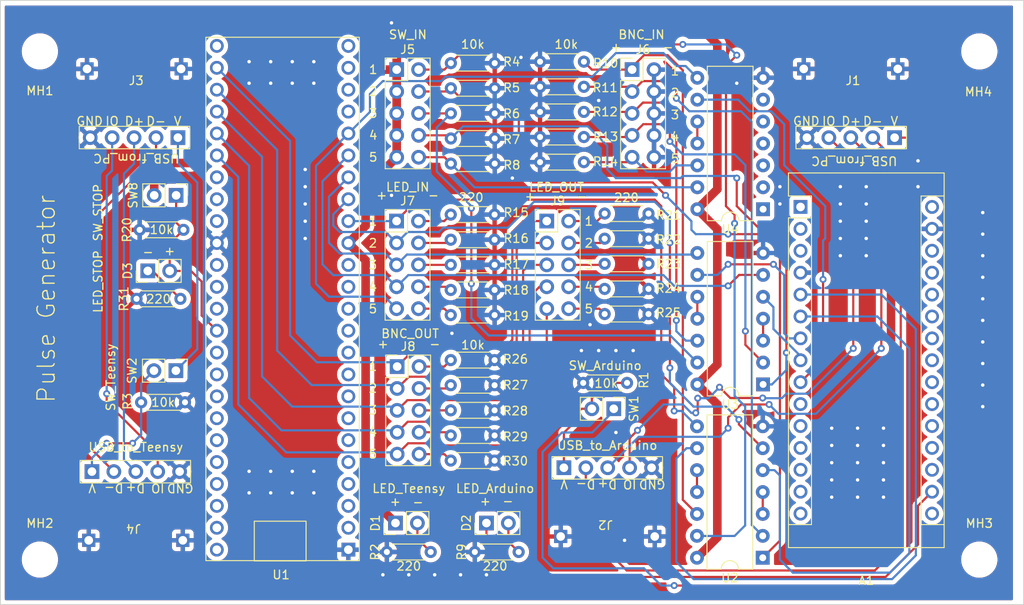
<source format=kicad_pcb>
(kicad_pcb (version 20211014) (generator pcbnew)
  (layers (0 "F.Cu" signal) (31 "B.Cu" signal) (34 "B.Paste" user) (35 "F.Paste" user) (36 "B.SilkS" user "B.Silkscreen") (37 "F.SilkS" user "F.Silkscreen") (38 "B.Mask" user) (39 "F.Mask" user) (44 "Edge.Cuts" user))
  (net 0 "")
  (net 4 "Net-(A1-Pad9)")
  (net 5 "Net-(A1-Pad6)")
  (net 6 "Net-(A1-Pad5)")
  (net 14 "Net-(A1-Pad17)")
  (net 26 "GND")
  (net 28 "Net-(J1-Pad1)")
  (net 29 "Net-(J1-Pad2)")
  (net 30 "Net-(J2-Pad1)")
  (net 31 "Net-(J3-Pad1)")
  (net 32 "Net-(J3-Pad2)")
  (net 33 "+3.3V")
  (net 34 "Net-(D1-Pad1)")
  (net 35 "Net-(D2-Pad1)")
  (net 49 "Net-(J4-Pad1)")
  (net 54 "Net-(A1-Pad7)")
  (net 55 "Net-(A1-Pad8)")
  (net 68 "Net-(U2-Pad3)")
  (net 69 "Net-(U2-Pad10)")
  (net 70 "Net-(R20-Pad1)")
  (net 72 "Net-(U3-Pad3)")
  (net 73 "Net-(U3-Pad10)")
  (net 80 "Net-(U4-Pad10)")
  (net 81 "Net-(J1-Pad3)")
  (net 82 "Net-(J1-Pad4)")
  (net 83 "Net-(J3-Pad3)")
  (net 84 "Net-(J3-Pad4)")
  (net 89 "Net-(U2-Pad13)")
  (net 90 "Net-(U2-Pad1)")
  (net 91 "Net-(U3-Pad13)")
  (net 92 "Net-(U3-Pad1)")
  (net 93 "Net-(U4-Pad13)")
  (net 94 "Net-(U2-Pad12)")
  (net 95 "Net-(U2-Pad2)")
  (net 96 "Net-(U3-Pad12)")
  (net 97 "Net-(U3-Pad2)")
  (net 98 "Net-(U4-Pad12)")
  (net 99 "Net-(J7-Pad1b)")
  (net 100 "Net-(J7-Pad2b)")
  (net 101 "Net-(J7-Pad3b)")
  (net 102 "Net-(J7-Pad4b)")
  (net 103 "Net-(J7-Pad5b)")
  (net 104 "Net-(J9-Pad5b)")
  (net 105 "Net-(J9-Pad4b)")
  (net 106 "Net-(J9-Pad3b)")
  (net 107 "Net-(J9-Pad2b)")
  (net 108 "Net-(J9-Pad1b)")
  (net 109 "Net-(U1-Pad16)")
  (net 110 "Net-(U1-Pad17)")
  (net 111 "Net-(U1-Pad18)")
  (net 112 "Net-(U1-Pad19)")
  (net 113 "Net-(U1-Pad20)")
  (net 114 "Net-(U1-Pad31)")
  (net 115 "Net-(U1-Pad32)")
  (net 116 "Net-(U1-Pad33)")
  (net 117 "Net-(U1-Pad34)")
  (net 118 "Net-(U1-Pad35)")
  (net 119 "Net-(J8-Pad1b)")
  (net 120 "Net-(J8-Pad2b)")
  (net 121 "Net-(J8-Pad3b)")
  (net 122 "Net-(J8-Pad4b)")
  (net 123 "Net-(J8-Pad5b)")
  (net 124 "Net-(D3-Pad1)")
  (footprint "Resistor_THT:R_Axial_DIN0204_L3.6mm_D1.6mm_P5.08mm_Horizontal" (layer "F.Cu") (at -575.54 80)
    (fp_text reference "R31")
    (fp_text value "220")
  )
  (footprint "Connector_PinHeader_2.54mm:PinHeader_1x02_P2.54mm_Vertical" (layer "F.Cu") (at -574.2405 76.7633 90)
    (fp_text reference "D3")
    (fp_text value "LED_STOP")
  )
  (footprint "Connector_PinHeader_2.54mm:PinHeader_1x02_P2.54mm_Vertical" (layer "F.Cu") (at -520.25 92.75 -90)
    (fp_text reference "SW1")
    (fp_text value "SW_Arduino")
  )
  (footprint "Resistor_THT:R_Axial_DIN0204_L3.6mm_D1.6mm_P5.08mm_Horizontal" (layer "F.Cu") (at -534.0569 95.8424 180)
    (fp_text reference "R29")
    (fp_text value "10k")
  )
  (footprint "PulseGenerator_Footprint_Library:Micro_USB_Breakout" (layer "F.Cu") (at -582.478 47.2)
    (fp_text reference "J3")
    (fp_text value "USB_B_Mini_from_PC")
  )
  (footprint "Resistor_THT:R_Axial_DIN0204_L3.6mm_D1.6mm_P5.08mm_Horizontal" (layer "F.Cu") (at -523.71 64.15 180)
    (fp_text reference "R14")
    (fp_text value "10k")
  )
  (footprint "PulseGenerator_Footprint_Library:Teensy3.5" (layer "F.Cu") (at -551 109.0888 180)
    (fp_text reference "U1")
    (fp_text value "Teensy3.5")
  )
  (footprint "Resistor_THT:R_Axial_DIN0204_L3.6mm_D1.6mm_P5.08mm_Horizontal" (layer "F.Cu") (at -539.1242 58.4956)
    (fp_text reference "R6")
    (fp_text value "10k")
  )
  (footprint "MountingHole:MountingHole_3.2mm_M3" (layer "F.Cu") (at -586.74 51.308)
    (fp_text reference "MH1")
    (fp_text value "MountingHole_3.2mm_M3")
  )
  (footprint "Package_DIP:DIP-14_W7.62mm" (layer "F.Cu") (at -502.948 69.606 180)
    (fp_text reference "U4")
    (fp_text value "74HC32")
  )
  (footprint "MountingHole:MountingHole_3.2mm_M3" (layer "F.Cu") (at -477.896 51.313)
    (fp_text reference "MH4")
    (fp_text value "MountingHole_3.2mm_M3")
  )
  (footprint "Resistor_THT:R_Axial_DIN0204_L3.6mm_D1.6mm_P5.08mm_Horizontal" (layer "F.Cu") (at -534.0569 98.7549 180)
    (fp_text reference "R30")
    (fp_text value "10k")
  )
  (footprint "Resistor_THT:R_Axial_DIN0204_L3.6mm_D1.6mm_P5.08mm_Horizontal" (layer "F.Cu") (at -534.0569 90.0174 180)
    (fp_text reference "R27")
    (fp_text value "10k")
  )
  (footprint "PulseGenerator_Footprint_Library:PinHeader_2x05_P2.54mm_Vertical_row_letter_last" (layer "F.Cu") (at -518.1242 53.4206)
    (fp_text reference "J6")
    (fp_text value "BNC_IN")
  )
  (footprint "Resistor_THT:R_Axial_DIN0204_L3.6mm_D1.6mm_P5.08mm_Horizontal" (layer "F.Cu") (at -539.1369 81.8813)
    (fp_text reference "R19")
    (fp_text value "220")
  )
  (footprint "MountingHole:MountingHole_3.2mm_M3" (layer "F.Cu") (at -477.896 110.241)
    (fp_text reference "MH3")
    (fp_text value "MountingHole_3.2mm_M3")
  )
  (footprint "Resistor_THT:R_Axial_DIN0204_L3.6mm_D1.6mm_P5.08mm_Horizontal" (layer "F.Cu") (at -534.0569 87.1049 180)
    (fp_text reference "R26")
    (fp_text value "10k")
  )
  (footprint "Resistor_THT:R_Axial_DIN0204_L3.6mm_D1.6mm_P5.08mm_Horizontal" (layer "F.Cu") (at -516.224 81.7631 180)
    (fp_text reference "R25")
    (fp_text value "220")
  )
  (footprint "PulseGenerator_Footprint_Library:PinHeader_2x05_P2.54mm_Vertical_row_letter_last" (layer "F.Cu") (at -545.3992 53.4206)
    (fp_text reference "J5")
    (fp_text value "SW_IN")
  )
  (footprint "Resistor_THT:R_Axial_DIN0204_L3.6mm_D1.6mm_P5.08mm_Horizontal" (layer "F.Cu") (at -570.1048 72 180)
    (fp_text reference "R20")
    (fp_text value "10k")
  )
  (footprint "Connector_PinHeader_2.54mm:PinHeader_1x02_P2.54mm_Vertical" (layer "F.Cu") (at -570.9868 88.3291 -90)
    (fp_text reference "SW2")
    (fp_text value "SW_Teensy")
  )
  (footprint "PulseGenerator_Footprint_Library:PinHeader_2x05_P2.54mm_Vertical_row_letter_last" (layer "F.Cu") (at -545.4119 70.9813)
    (fp_text reference "J7")
    (fp_text value "LED_IN")
  )
  (footprint "Resistor_THT:R_Axial_DIN0204_L3.6mm_D1.6mm_P5.08mm_Horizontal" (layer "F.Cu") (at -539.1369 73.1438)
    (fp_text reference "R16")
    (fp_text value "220")
  )
  (footprint "Resistor_THT:R_Axial_DIN0204_L3.6mm_D1.6mm_P5.08mm_Horizontal" (layer "F.Cu") (at -516.224 73.0256 180)
    (fp_text reference "R22")
    (fp_text value "220")
  )
  (footprint "PulseGenerator_Footprint_Library:Micro_USB_Breakout" (layer "F.Cu") (at -568.9799 114.1434 180)
    (fp_text reference "J4")
    (fp_text value "USB_B_Mini_to_Teensy")
  )
  (footprint "Resistor_THT:R_Axial_DIN0204_L3.6mm_D1.6mm_P5.08mm_Horizontal" (layer "F.Cu") (at -516.224 78.8506 180)
    (fp_text reference "R24")
    (fp_text value "220")
  )
  (footprint "Resistor_THT:R_Axial_DIN0204_L3.6mm_D1.6mm_P5.08mm_Horizontal" (layer "F.Cu") (at -539.1369 76.0563)
    (fp_text reference "R17")
    (fp_text value "220")
  )
  (footprint "Resistor_THT:R_Axial_DIN0204_L3.6mm_D1.6mm_P5.08mm_Horizontal" (layer "F.Cu") (at -539.1242 61.4081)
    (fp_text reference "R7")
    (fp_text value "10k")
  )
  (footprint "Resistor_THT:R_Axial_DIN0204_L3.6mm_D1.6mm_P5.08mm_Horizontal" (layer "F.Cu") (at -516.224 70.1131 180)
    (fp_text reference "R21")
    (fp_text value "220")
  )
  (footprint "Resistor_THT:R_Axial_DIN0204_L3.6mm_D1.6mm_P5.08mm_Horizontal" (layer "F.Cu") (at -534.0569 92.9299 180)
    (fp_text reference "R28")
    (fp_text value "10k")
  )
  (footprint "Resistor_THT:R_Axial_DIN0204_L3.6mm_D1.6mm_P5.08mm_Horizontal" (layer "F.Cu") (at -523.71 58.325 180)
    (fp_text reference "R12")
    (fp_text value "10k")
  )
  (footprint "PulseGenerator_Footprint_Library:PinHeader_2x05_P2.54mm_Vertical_row_letter_last" (layer "F.Cu") (at -545.3438 87.8549)
    (fp_text reference "J8")
    (fp_text value "BNC_OUT")
  )
  (footprint "Connector_PinHeader_2.54mm:PinHeader_1x02_P2.54mm_Vertical" (layer "F.Cu") (at -570.9548 68 -90)
    (fp_text reference "SW8")
    (fp_text value "SW_STOP")
  )
  (footprint "Module:Arduino_Nano" (layer "F.Cu") (at -498.61 69.347)
    (fp_text reference "A1")
    (fp_text value "Arduino_Nano_v3.x")
  )
  (footprint "Resistor_THT:R_Axial_DIN0204_L3.6mm_D1.6mm_P5.08mm_Horizontal" (layer "F.Cu") (at -516.224 75.9381 180)
    (fp_text reference "R23")
    (fp_text value "220")
  )
  (footprint "PulseGenerator_Footprint_Library:Micro_USB_Breakout" (layer "F.Cu") (at -514.3 113.7 180)
    (fp_text reference "J2")
    (fp_text value "USB_B_Mini_to_Arduino")
  )
  (footprint "Resistor_THT:R_Axial_DIN0204_L3.6mm_D1.6mm_P5.08mm_Horizontal" (layer "F.Cu") (at -539.1242 52.6706)
    (fp_text reference "R4")
    (fp_text value "10k")
  )
  (footprint "Package_DIP:DIP-14_W7.62mm" (layer "F.Cu") (at -502.948 89.926 180)
    (fp_text reference "U3")
    (fp_text value "74HC32")
  )
  (footprint "Resistor_THT:R_Axial_DIN0204_L3.6mm_D1.6mm_P5.08mm_Horizontal" (layer "F.Cu") (at -539.1369 70.2313)
    (fp_text reference "R15")
    (fp_text value "220")
  )
  (footprint "Package_DIP:DIP-14_W7.62mm" (layer "F.Cu") (at -502.988 110.025 180)
    (fp_text reference "U2")
    (fp_text value "74HC32")
  )
  (footprint "Resistor_THT:R_Axial_DIN0204_L3.6mm_D1.6mm_P5.08mm_Horizontal" (layer "F.Cu") (at -523.71 61.2375 180)
    (fp_text reference "R13")
    (fp_text value "10k")
  )
  (footprint "Resistor_THT:R_Axial_DIN0204_L3.6mm_D1.6mm_P5.08mm_Horizontal" (layer "F.Cu") (at -523.71 52.5 180)
    (fp_text reference "R10")
    (fp_text value "10k")
  )
  (footprint "Resistor_THT:R_Axial_DIN0204_L3.6mm_D1.6mm_P5.08mm_Horizontal" (layer "F.Cu") (at -539.1242 64.3206)
    (fp_text reference "R8")
    (fp_text value "10k")
  )
  (footprint "PulseGenerator_Footprint_Library:Micro_USB_Breakout" (layer "F.Cu") (at -499.438 47.2)
    (fp_text reference "J1")
    (fp_text value "USB_B_Mini_from_PC")
  )
  (footprint "MountingHole:MountingHole_3.2mm_M3" (layer "F.Cu") (at -586.74 110.236)
    (fp_text reference "MH2")
    (fp_text value "MountingHole_3.2mm_M3")
  )
  (footprint "Connector_PinHeader_2.54mm:PinHeader_1x02_P2.54mm_Vertical" (layer "F.Cu") (at -535 106 90)
    (fp_text reference "D2")
    (fp_text value "LED_Arduino")
  )
  (footprint "Resistor_THT:R_Axial_DIN0204_L3.6mm_D1.6mm_P5.08mm_Horizontal" (layer "F.Cu") (at -541.46 109.355 180)
    (fp_text reference "R2")
    (fp_text value "220")
  )
  (footprint "Resistor_THT:R_Axial_DIN0204_L3.6mm_D1.6mm_P5.08mm_Horizontal" (layer "F.Cu") (at -539.1369 78.9688)
    (fp_text reference "R18")
    (fp_text value "220")
  )
  (footprint "Connector_PinHeader_2.54mm:PinHeader_1x02_P2.54mm_Vertical" (layer "F.Cu") (at -545.54 106 90)
    (fp_text reference "D1")
    (fp_text value "LED_Teensy")
  )
  (footprint "Resistor_THT:R_Axial_DIN0204_L3.6mm_D1.6mm_P5.08mm_Horizontal" (layer "F.Cu") (at -523.79 89.75)
    (fp_text reference "R1")
    (fp_text value "10k")
  )
  (footprint "Resistor_THT:R_Axial_DIN0204_L3.6mm_D1.6mm_P5.08mm_Horizontal" (layer "F.Cu") (at -523.71 55.4125 180)
    (fp_text reference "R11")
    (fp_text value "10k")
  )
  (footprint "Resistor_THT:R_Axial_DIN0204_L3.6mm_D1.6mm_P5.08mm_Horizontal" (layer "F.Cu") (at -539.1242 55.5831)
    (fp_text reference "R5")
    (fp_text value "10k")
  )
  (footprint "Resistor_THT:R_Axial_DIN0204_L3.6mm_D1.6mm_P5.08mm_Horizontal" (layer "F.Cu") (at -531.268 109.355 180)
    (fp_text reference "R9")
    (fp_text value "220")
  )
  (footprint "PulseGenerator_Footprint_Library:PinHeader_2x05_P2.54mm_Vertical_row_letter_last" (layer "F.Cu") (at -528.0135 70.9813)
    (fp_text reference "J9")
    (fp_text value "LED_OUT")
  )
  (footprint "Resistor_THT:R_Axial_DIN0204_L3.6mm_D1.6mm_P5.08mm_Horizontal" (layer "F.Cu") (at -569.928 92 180)
    (fp_text reference "R3")
    (fp_text value "10k")
  )
  (gr_rect locked (start -591.312 45.3985) (end -472.762 115.4545) (layer "Edge.Cuts") (width 0.1) (fill none))
  (gr_text "3" (at -548.124201 58.500639) (layer "F.SilkS") (effects (font (size 1 1))))
  (gr_text "5" (at -548.124201 63.580639) (layer "F.SilkS") (effects (font (size 1 1))))
  (gr_text "220" (at -573 80.028847) (layer "F.SilkS") (effects (font (size 1 1))))
  (gr_text "SW_Teensy" (at -578.528 89.1 90) (layer "F.SilkS") (effects (font (size 1 1))))
  (gr_text "BNC_OUT" (at -543.844278 84.037881) (layer "F.SilkS") (effects (font (size 1 1))))
  (gr_text "220" (at -534 111) (layer "F.SilkS") (effects (font (size 1 1))))
  (gr_text "USB_from_PC" (at -575.568964 63.7 180) (layer "F.SilkS") (effects (font (size 1 1))))
  (gr_text "3" (at -523.136873 76.086872) (layer "F.SilkS") (effects (font (size 1 1))))
  (gr_text "USB_from_PC" (at -492.388 64 180) (layer "F.SilkS") (effects (font (size 1 1))))
  (gr_text "3" (at -513.154201 58.670639) (layer "F.SilkS") (effects (font (size 1 1))))
  (gr_text "-" (at -542.926989 103.565604) (layer "F.SilkS") (effects (font (size 1 1))))
  (gr_text "10k" (at -521.123697 89.803653) (layer "F.SilkS") (effects (font (size 1 1))))
  (gr_text "+" (at -547.136873 67.981261) (layer "F.SilkS") (effects (font (size 1 1))))
  (gr_text "LED_IN" (at -544.124201 67.040639) (layer "F.SilkS") (effects (font (size 1 1))))
  (gr_text "220" (at -544 111) (layer "F.SilkS") (effects (font (size 1 1))))
  (gr_text "5" (at -548.152993 81.166872) (layer "F.SilkS") (effects (font (size 1 1))))
  (gr_text "220" (at -536.768312 68.248149) (layer "F.SilkS") (effects (font (size 1 1))))
  (gr_text "10k" (at -536.584201 50.495639) (layer "F.SilkS") (effects (font (size 1 1))))
  (gr_text "-" (at -523.93305 68.104676) (layer "F.SilkS") (effects (font (size 1 1))))
  (gr_text "2" (at -523.136873 73.546872) (layer "F.SilkS") (effects (font (size 1 1))))
  (gr_text "+" (at -546.981517 85.237514) (layer "F.SilkS") (effects (font (size 1 1))))
  (gr_text "2" (at -548.152993 73.546872) (layer "F.SilkS") (effects (font (size 1 1))))
  (gr_text "+" (at -571.69835 74.444467) (layer "F.SilkS") (effects (font (size 1 1))))
  (gr_text "Pulse Generator" (at -586 80 90) (layer "F.SilkS") (effects (font (size 2 2))))
  (gr_text "1" (at -523.136873 71.006872) (layer "F.SilkS") (effects (font (size 1 1))))
  (gr_text "10k" (at -536.570457 85.362632) (layer "F.SilkS") (effects (font (size 1 1))))
  (gr_text "LED_OUT" (at -526.881161 67.044429) (layer "F.SilkS") (effects (font (size 1 1))))
  (gr_text "220" (at -518.783266 68.267935) (layer "F.SilkS") (effects (font (size 1 1))))
  (gr_text "-" (at -541.136873 67.981261) (layer "F.SilkS") (effects (font (size 1 1))))
  (gr_text "USB_to_Arduino" (at -521 97) (layer "F.SilkS") (effects (font (size 1 1))))
  (gr_text "4" (at -513.154201 61.210639) (layer "F.SilkS") (effects (font (size 1 1))))
  (gr_text "3" (at -548.152993 76.086872) (layer "F.SilkS") (effects (font (size 1 1))))
  (gr_text "10k" (at -572.6448 71.982732) (layer "F.SilkS") (effects (font (size 1 1))))
  (gr_text "3" (at -548.152993 92.92) (layer "F.SilkS") (effects (font (size 1 1))))
  (gr_text "LED_Teensy" (at -544 102) (layer "F.SilkS") (effects (font (size 1 1))))
  (gr_text "2" (at -548.124201 55.960639) (layer "F.SilkS") (effects (font (size 1 1))))
  (gr_text "+" (at -519.971818 50.809149) (layer "F.SilkS") (effects (font (size 1 1))))
  (gr_text "1" (at -548.152993 87.84) (layer "F.SilkS") (effects (font (size 1 1))))
  (gr_text "1" (at -513.154201 53.590639) (layer "F.SilkS") (effects (font (size 1 1))))
  (gr_text "LED_Arduino" (at -534 102) (layer "F.SilkS") (effects (font (size 1 1))))
  (gr_text "+" (at -535.132681 103.461688) (layer "F.SilkS") (effects (font (size 1 1))))
  (gr_text "-" (at -540.981517 85.237514) (layer "F.SilkS") (effects (font (size 1 1))))
  (gr_text "4" (at -548.152993 78.626872) (layer "F.SilkS") (effects (font (size 1 1))))
  (gr_text "10k" (at -572.468 92.005662) (layer "F.SilkS") (effects (font (size 1 1))))
  (gr_text "SW_STOP" (at -580 70 90) (layer "F.SilkS") (effects (font (size 1 1))))
  (gr_text "-" (at -532.515299 103.44957) (layer "F.SilkS") (effects (font (size 1 1))))
  (gr_text "10k" (at -525.75 50.495639) (layer "F.SilkS") (effects (font (size 1 1))))
  (gr_text "-" (at -574.206117 74.564702) (layer "F.SilkS") (effects (font (size 1 1))))
  (gr_text "5" (at -548.152993 98) (layer "F.SilkS") (effects (font (size 1 1))))
  (gr_text "SW_Arduino" (at -521.25 87.75) (layer "F.SilkS") (effects (font (size 1 1))))
  (gr_text "+" (at -529.93305 68.104676) (layer "F.SilkS") (effects (font (size 1 1))))
  (gr_text "BNC_IN" (at -517.034262 49.36802) (layer "F.SilkS") (effects (font (size 1 1))))
  (gr_text "2" (at -548.152993 90.38) (layer "F.SilkS") (effects (font (size 1 1))))
  (gr_text "5" (at -513.154201 63.750639) (layer "F.SilkS") (effects (font (size 1 1))))
  (gr_text "LED_STOP" (at -580 78 90) (layer "F.SilkS") (effects (font (size 1 1))))
  (gr_text "1" (at -548.124201 53.420639) (layer "F.SilkS") (effects (font (size 1 1))))
  (gr_text "4" (at -548.152993 95.46) (layer "F.SilkS") (effects (font (size 1 1))))
  (gr_text "4" (at -523.136873 78.626872) (layer "F.SilkS") (effects (font (size 1 1))))
  (gr_text "-" (at -513.971818 50.809149) (layer "F.SilkS") (effects (font (size 1 1))))
  (gr_text "+" (at -545.562546 103.511075) (layer "F.SilkS") (effects (font (size 1 1))))
  (gr_text "SW_IN" (at -544.107801 49.36802) (layer "F.SilkS") (effects (font (size 1 1))))
  (gr_text "USB_to_Teensy" (at -575.628 97.2) (layer "F.SilkS") (effects (font (size 1 1))))
  (gr_text "4" (at -548.124201 61.040639) (layer "F.SilkS") (effects (font (size 1 1))))
  (gr_text "1" (at -548.152993 71.006872) (layer "F.SilkS") (effects (font (size 1 1))))
  (gr_text "2" (at -513.154201 56.130639) (layer "F.SilkS") (effects (font (size 1 1))))
  (gr_text "5" (at -523.136873 81.166872) (layer "F.SilkS") (effects (font (size 1 1))))
  (segment (start -496 77.75) (end -496 87.057) (width 0.25) (layer "F.Cu") (net 4))
  (segment (start -496 87.057) (end -498.61 89.667) (width 0.25) (layer "F.Cu") (net 4))
  (via (at -496 77.75) (size 0.8) (drill 0.4) (layers "F.Cu" "B.Cu") (net 4))
  (segment (start -505.75 57) (end -504.5 58.25) (width 0.25) (layer "B.Cu") (net 4))
  (segment (start -496 73.25) (end -496 77.75) (width 0.25) (layer "B.Cu") (net 4))
  (segment (start -510.568 56.906) (end -505.844 56.906) (width 0.25) (layer "B.Cu") (net 4))
  (segment (start -495.75 69.25) (end -495.75 73) (width 0.25) (layer "B.Cu") (net 4))
  (segment (start -500.5 59.75) (end -500.5 64.5) (width 0.25) (layer "B.Cu") (net 4))
  (segment (start -502 58.25) (end -500.5 59.75) (width 0.25) (layer "B.Cu") (net 4))
  (segment (start -495.75 73) (end -496 73.25) (width 0.25) (layer "B.Cu") (net 4))
  (segment (start -500.5 64.5) (end -495.75 69.25) (width 0.25) (layer "B.Cu") (net 4))
  (segment (start -505.844 56.906) (end -505.75 57) (width 0.25) (layer "B.Cu") (net 4))
  (segment (start -504.5 58.25) (end -502 58.25) (width 0.25) (layer "B.Cu") (net 4))
  (segment (start -486 85.75) (end -486 109.5) (width 0.25) (layer "B.Cu") (net 5))
  (segment (start -486 109.5) (end -488.25 111.75) (width 0.25) (layer "B.Cu") (net 5))
  (segment (start -488.25 111.75) (end -499.5 111.75) (width 0.25) (layer "B.Cu") (net 5))
  (segment (start -501.635 99.865) (end -502.988 99.865) (width 0.25) (layer "B.Cu") (net 5))
  (segment (start -489.703 82.047) (end -486 85.75) (width 0.25) (layer "B.Cu") (net 5))
  (segment (start -499.5 111.75) (end -501 110.25) (width 0.25) (layer "B.Cu") (net 5))
  (segment (start -501 110.25) (end -501 100.5) (width 0.25) (layer "B.Cu") (net 5))
  (segment (start -498.61 82.047) (end -489.703 82.047) (width 0.25) (layer "B.Cu") (net 5))
  (segment (start -501 100.5) (end -501.635 99.865) (width 0.25) (layer "B.Cu") (net 5))
  (segment (start -498.61 79.507) (end -489.243 79.507) (width 0.25) (layer "B.Cu") (net 6))
  (segment (start -513 110.5) (end -513 98.5) (width 0.25) (layer "B.Cu") (net 6))
  (segment (start -485.25 83.5) (end -485.25 109.75) (width 0.25) (layer "B.Cu") (net 6))
  (segment (start -511.825 97.325) (end -510.608 97.325) (width 0.25) (layer "B.Cu") (net 6))
  (segment (start -489.243 79.507) (end -485.25 83.5) (width 0.25) (layer "B.Cu") (net 6))
  (segment (start -485.25 109.75) (end -488 112.5) (width 0.25) (layer "B.Cu") (net 6))
  (segment (start -488 112.5) (end -511 112.5) (width 0.25) (layer "B.Cu") (net 6))
  (segment (start -511 112.5) (end -513 110.5) (width 0.25) (layer "B.Cu") (net 6))
  (segment (start -513 98.5) (end -511.825 97.325) (width 0.25) (layer "B.Cu") (net 6))
  (segment (start -488.75 112.25) (end -531.5 112.25) (width 0.25) (layer "F.Cu") (net 14))
  (segment (start -535 108.75) (end -535 106) (width 0.25) (layer "F.Cu") (net 14))
  (segment (start -485 103.997) (end -485 108.5) (width 0.25) (layer "F.Cu") (net 14))
  (segment (start -483.37 102.367) (end -485 103.997) (width 0.25) (layer "F.Cu") (net 14))
  (segment (start -485 108.5) (end -488.75 112.25) (width 0.25) (layer "F.Cu") (net 14))
  (segment (start -531.5 112.25) (end -535 108.75) (width 0.25) (layer "F.Cu") (net 14))
  (via (at -489 97) (size 0.8) (drill 0.4) (layers "F.Cu" "B.Cu") (net 26))
  (via (at -477.5 92.5) (size 0.8) (drill 0.4) (layers "F.Cu" "B.Cu") (net 26))
  (via (at -489 103) (size 0.8) (drill 0.4) (layers "F.Cu" "B.Cu") (net 26))
  (via (at -494 73) (size 0.8) (drill 0.4) (layers "F.Cu" "B.Cu") (net 26))
  (via (at -518 86) (size 0.8) (drill 0.4) (layers "F.Cu" "B.Cu") (net 26))
  (via (at -523 83) (size 0.8) (drill 0.4) (layers "F.Cu" "B.Cu") (net 26))
  (via (at -492 101) (size 0.8) (drill 0.4) (layers "F.Cu" "B.Cu") (net 26))
  (via (at -501 67) (size 0.8) (drill 0.4) (layers "F.Cu" "B.Cu") (net 26))
  (via (at -539 84) (size 0.8) (drill 0.4) (layers "F.Cu" "B.Cu") (net 26))
  (via (at -522 86) (size 0.8) (drill 0.4) (layers "F.Cu" "B.Cu") (net 26))
  (via (at -520 95.5) (size 0.8) (drill 0.4) (layers "F.Cu" "B.Cu") (net 26))
  (via (at -555 52.5) (size 0.8) (drill 0.4) (layers "F.Cu" "B.Cu") (net 26))
  (via (at -541 112) (size 0.8) (drill 0.4) (layers "F.Cu" "B.Cu") (net 26))
  (via (at -491 73) (size 0.8) (drill 0.4) (layers "F.Cu" "B.Cu") (net 26))
  (via (at -562.5 100) (size 0.8) (drill 0.4) (layers "F.Cu" "B.Cu") (net 26))
  (via (at -494 71) (size 0.8) (drill 0.4) (layers "F.Cu" "B.Cu") (net 26))
  (via (at -477.5 72.5) (size 0.8) (drill 0.4) (layers "F.Cu" "B.Cu") (net 26))
  (via (at -506 55) (size 0.8) (drill 0.4) (layers "F.Cu" "B.Cu") (net 26))
  (via (at -557.5 52.5) (size 0.8) (drill 0.4) (layers "F.Cu" "B.Cu") (net 26))
  (via (at -556 65) (size 0.8) (drill 0.4) (layers "F.Cu" "B.Cu") (net 26))
  (via (at -556 71) (size 0.8) (drill 0.4) (layers "F.Cu" "B.Cu") (net 26))
  (via (at -519 108) (size 0.8) (drill 0.4) (layers "F.Cu" "B.Cu") (net 26))
  (via (at -494 69) (size 0.8) (drill 0.4) (layers "F.Cu" "B.Cu") (net 26))
  (via (at -547 112) (size 0.8) (drill 0.4) (layers "F.Cu" "B.Cu") (net 26))
  (via (at -524 86) (size 0.8) (drill 0.4) (layers "F.Cu" "B.Cu") (net 26))
  (via (at -535 112) (size 0.8) (drill 0.4) (layers "F.Cu" "B.Cu") (net 26))
  (via (at -546 48) (size 0.8) (drill 0.4) (layers "F.Cu" "B.Cu") (net 26))
  (via (at -562.5 55) (size 0.8) (drill 0.4) (layers "F.Cu" "B.Cu") (net 26))
  (via (at -477.5 90) (size 0.8) (drill 0.4) (layers "F.Cu" "B.Cu") (net 26))
  (via (at -495 103) (size 0.8) (drill 0.4) (layers "F.Cu" "B.Cu") (net 26))
  (via (at -531 52) (size 0.8) (drill 0.4) (layers "F.Cu" "B.Cu") (net 26))
  (via (at -492 99) (size 0.8) (drill 0.4) (layers "F.Cu" "B.Cu") (net 26))
  (via (at -555 100) (size 0.8) (drill 0.4) (layers "F.Cu" "B.Cu") (net 26))
  (via (at -485 67) (size 0.8) (drill 0.4) (layers "F.Cu" "B.Cu") (net 26))
  (via (at -491 67) (size 0.8) (drill 0.4) (layers "F.Cu" "B.Cu") (net 26))
  (via (at -495 101) (size 0.8) (drill 0.4) (layers "F.Cu" "B.Cu") (net 26))
  (via (at -491 75) (size 0.8) (drill 0.4) (layers "F.Cu" "B.Cu") (net 26))
  (via (at -477.5 70) (size 0.8) (drill 0.4) (layers "F.Cu" "B.Cu") (net 26))
  (via (at -556 69) (size 0.8) (drill 0.4) (layers "F.Cu" "B.Cu") (net 26))
  (via (at -494 75) (size 0.8) (drill 0.4) (layers "F.Cu" "B.Cu") (net 26))
  (via (at -477.5 77.5) (size 0.8) (drill 0.4) (layers "F.Cu" "B.Cu") (net 26))
  (via (at -477.5 85) (size 0.8) (drill 0.4) (layers "F.Cu" "B.Cu") (net 26))
  (via (at -477.5 82.5) (size 0.8) (drill 0.4) (layers "F.Cu" "B.Cu") (net 26))
  (via (at -495 95) (size 0.8) (drill 0.4) (layers "F.Cu" "B.Cu") (net 26))
  (via (at -557.5 102.5) (size 0.8) (drill 0.4) (layers "F.Cu" "B.Cu") (net 26))
  (via (at -477.5 80) (size 0.8) (drill 0.4) (layers "F.Cu" "B.Cu") (net 26))
  (via (at -520 86) (size 0.8) (drill 0.4) (layers "F.Cu" "B.Cu") (net 26))
  (via (at -522 57) (size 0.8) (drill 0.4) (layers "F.Cu" "B.Cu") (net 26))
  (via (at -477.5 87.5) (size 0.8) (drill 0.4) (layers "F.Cu" "B.Cu") (net 26))
  (via (at -544 112) (size 0.8) (drill 0.4) (layers "F.Cu" "B.Cu") (net 26))
  (via (at -538 112) (size 0.8) (drill 0.4) (layers "F.Cu" "B.Cu") (net 26))
  (via (at -492 103) (size 0.8) (drill 0.4) (layers "F.Cu" "B.Cu") (net 26))
  (via (at -532 66) (size 0.8) (drill 0.4) (layers "F.Cu" "B.Cu") (net 26))
  (via (at -501 69) (size 0.8) (drill 0.4) (layers "F.Cu" "B.Cu") (net 26))
  (via (at -556 73) (size 0.8) (drill 0.4) (layers "F.Cu" "B.Cu") (net 26))
  (via (at -546 68) (size 0.8) (drill 0.4) (layers "F.Cu" "B.Cu") (net 26))
  (via (at -560 55) (size 0.8) (drill 0.4) (layers "F.Cu" "B.Cu") (net 26))
  (via (at -477.5 75) (size 0.8) (drill 0.4) (layers "F.Cu" "B.Cu") (net 26))
  (via (at -489 99) (size 0.8) (drill 0.4) (layers "F.Cu" "B.Cu") (net 26))
  (via (at -495 99) (size 0.8) (drill 0.4) (layers "F.Cu" "B.Cu") (net 26))
  (via (at -489 95) (size 0.8) (drill 0.4) (layers "F.Cu" "B.Cu") (net 26))
  (via (at -560 102.5) (size 0.8) (drill 0.4) (layers "F.Cu" "B.Cu") (net 26))
  (via (at -495 97) (size 0.8) (drill 0.4) (layers "F.Cu" "B.Cu") (net 26))
  (via (at -489 101) (size 0.8) (drill 0.4) (layers "F.Cu" "B.Cu") (net 26))
  (via (at -557.5 100) (size 0.8) (drill 0.4) (layers "F.Cu" "B.Cu") (net 26))
  (via (at -492 95) (size 0.8) (drill 0.4) (layers "F.Cu" "B.Cu") (net 26))
  (via (at -557.5 55) (size 0.8) (drill 0.4) (layers "F.Cu" "B.Cu") (net 26))
  (via (at -485 64) (size 0.8) (drill 0.4) (layers "F.Cu" "B.Cu") (net 26))
  (via (at -560 100) (size 0.8) (drill 0.4) (layers "F.Cu" "B.Cu") (net 26))
  (via (at -562.5 102.5) (size 0.8) (drill 0.4) (layers "F.Cu" "B.Cu") (net 26))
  (via (at -560 52.5) (size 0.8) (drill 0.4) (layers "F.Cu" "B.Cu") (net 26))
  (via (at -492 97) (size 0.8) (drill 0.4) (layers "F.Cu" "B.Cu") (net 26))
  (via (at -555 55) (size 0.8) (drill 0.4) (layers "F.Cu" "B.Cu") (net 26))
  (via (at -555 102.5) (size 0.8) (drill 0.4) (layers "F.Cu" "B.Cu") (net 26))
  (via (at -562.5 52.5) (size 0.8) (drill 0.4) (layers "F.Cu" "B.Cu") (net 26))
  (via (at -556 67) (size 0.8) (drill 0.4) (layers "F.Cu" "B.Cu") (net 26))
  (via (at -494 67) (size 0.8) (drill 0.4) (layers "F.Cu" "B.Cu") (net 26))
  (via (at -491 71) (size 0.8) (drill 0.4) (layers "F.Cu" "B.Cu") (net 26))
  (via (at -491 69) (size 0.8) (drill 0.4) (layers "F.Cu" "B.Cu") (net 26))
  (segment (start -483.25 108.75) (end -483.75 109.25) (width 0.25) (layer "F.Cu") (net 28))
  (segment (start -487.708 61.31) (end -483.19 61.31) (width 0.25) (layer "F.Cu") (net 28))
  (segment (start -483.75 111.25) (end -485.75 113.25) (width 0.25) (layer "F.Cu") (net 28))
  (segment (start -483.19 61.31) (end -480.5 64) (width 0.25) (layer "F.Cu") (net 28))
  (segment (start -480.5 106) (end -483.25 108.75) (width 0.25) (layer "F.Cu") (net 28))
  (segment (start -480.5 64) (end -480.5 99.25) (width 0.25) (layer "F.Cu") (net 28))
  (segment (start -480.5 99.25) (end -480.5 106) (width 0.25) (layer "F.Cu") (net 28))
  (segment (start -485.75 113.25) (end -513.25 113.25) (width 0.25) (layer "F.Cu") (net 28))
  (segment (start -483.75 109.25) (end -483.75 111.25) (width 0.25) (layer "F.Cu") (net 28))
  (via (at -513.25 113.25) (size 0.8) (drill 0.4) (layers "F.Cu" "B.Cu") (net 28))
  (segment (start -526.25 95.5) (end -522.75 95.5) (width 0.25) (layer "B.Cu") (net 28))
  (segment (start -516.75 111.25) (end -527.25 111.25) (width 0.25) (layer "B.Cu") (net 28))
  (segment (start -528.5 97.75) (end -526.25 95.5) (width 0.25) (layer "B.Cu") (net 28))
  (segment (start -527.25 111.25) (end -528.5 110) (width 0.25) (layer "B.Cu") (net 28))
  (segment (start -528.5 110) (end -528.5 97.75) (width 0.25) (layer "B.Cu") (net 28))
  (segment (start -520.25 93) (end -520.25 92.75) (width 0.25) (layer "B.Cu") (net 28))
  (segment (start -522.75 95.5) (end -520.25 93) (width 0.25) (layer "B.Cu") (net 28))
  (segment (start -513.25 113.25) (end -514.75 113.25) (width 0.25) (layer "B.Cu") (net 28))
  (segment (start -514.75 113.25) (end -516.75 111.25) (width 0.25) (layer "B.Cu") (net 28))
  (segment (start -523.49 106.76) (end -523.49 99.59) (width 0.25) (layer "F.Cu") (net 29))
  (segment (start -487 108.5) (end -490 111.5) (width 0.25) (layer "F.Cu") (net 29))
  (segment (start -490 111.5) (end -518.75 111.5) (width 0.25) (layer "F.Cu") (net 29))
  (segment (start -490.248 61.31) (end -487 64.558) (width 0.25) (layer "F.Cu") (net 29))
  (segment (start -518.75 111.5) (end -523.49 106.76) (width 0.25) (layer "F.Cu") (net 29))
  (segment (start -487 64.558) (end -487 108.5) (width 0.25) (layer "F.Cu") (net 29))
  (segment (start -522.79 92.75) (end -522.79 91.54) (width 0.25) (layer "F.Cu") (net 30))
  (segment (start -526.03 99.59) (end -526.03 95.53) (width 0.25) (layer "F.Cu") (net 30))
  (segment (start -525 93.75) (end -524 92.75) (width 0.25) (layer "F.Cu") (net 30))
  (segment (start -526.03 95.53) (end -525 94.5) (width 0.25) (layer "F.Cu") (net 30))
  (segment (start -525 94.5) (end -525 93.75) (width 0.25) (layer "F.Cu") (net 30))
  (segment (start -521 89.75) (end -518.71 89.75) (width 0.25) (layer "F.Cu") (net 30))
  (segment (start -522.79 91.54) (end -521 89.75) (width 0.25) (layer "F.Cu") (net 30))
  (segment (start -524 92.75) (end -522.79 92.75) (width 0.25) (layer "F.Cu") (net 30))
  (segment (start -568.5 66.5) (end -568.5 85.8423) (width 0.25) (layer "B.Cu") (net 31))
  (segment (start -568.5 85.8423) (end -570.9868 88.3291) (width 0.25) (layer "B.Cu") (net 31))
  (segment (start -570.748 64.252) (end -568.5 66.5) (width 0.25) (layer "B.Cu") (net 31))
  (segment (start -570.748 61.31) (end -570.748 64.252) (width 0.25) (layer "B.Cu") (net 31))
  (segment (start -573.288 63.538) (end -573.288 61.31) (width 0.25) (layer "F.Cu") (net 32))
  (segment (start -578.1699 100.0334) (end -580.75 97.4533) (width 0.25) (layer "F.Cu") (net 32))
  (segment (start -580.75 71) (end -573.288 63.538) (width 0.25) (layer "F.Cu") (net 32))
  (segment (start -580.75 97.4533) (end -580.75 71) (width 0.25) (layer "F.Cu") (net 32))
  (segment (start -568.25 63.25) (end -569.25 64.25) (width 1) (layer "F.Cu") (net 33))
  (segment (start -568.25 50) (end -568.25 63.25) (width 1) (layer "F.Cu") (net 33))
  (segment (start -549 71.5288) (end -549 67.1814) (width 1) (layer "F.Cu") (net 33))
  (segment (start -549 102.54) (end -545.54 106) (width 1) (layer "F.Cu") (net 33))
  (segment (start -545.3992 55.9606) (end -545.3992 53.4206) (width 1) (layer "F.Cu") (net 33))
  (segment (start -548.75 48.5) (end -566.75 48.5) (width 1) (layer "F.Cu") (net 33))
  (segment (start -545.3992 61.0406) (end -545.3992 58.5006) (width 1) (layer "F.Cu") (net 33))
  (segment (start -547.75 52.75) (end -547.75 49.5) (width 1) (layer "F.Cu") (net 33))
  (segment (start -566.75 48.5) (end -568.25 50) (width 1) (layer "F.Cu") (net 33))
  (segment (start -569.25 64.25) (end -571.5 64.25) (width 1) (layer "F.Cu") (net 33))
  (segment (start -508.25 67.288) (end -510.568 69.606) (width 1) (layer "F.Cu") (net 33))
  (segment (start -551 73.5288) (end -549 71.5288) (width 1) (layer "F.Cu") (net 33))
  (segment (start -508.25 92.244) (end -508.25 107.667) (width 1) (layer "F.Cu") (net 33))
  (segment (start -547.0794 53.4206) (end -547.75 52.75) (width 1) (layer "F.Cu") (net 33))
  (segment (start -543.25 48.75) (end -510 48.75) (width 1) (layer "F.Cu") (net 33))
  (segment (start -549 67.1814) (end -545.3992 63.5806) (width 1) (layer "F.Cu") (net 33))
  (segment (start -573.4948 66.2448) (end -573.4948 68) (width 1) (layer "F.Cu") (net 33))
  (segment (start -545.3992 61.0406) (end -545.3992 63.5806) (width 1) (layer "F.Cu") (net 33))
  (segment (start -571.5 64.25) (end -573.4948 66.2448) (width 1) (layer "F.Cu") (net 33))
  (segment (start -508.25 87.608) (end -510.568 89.926) (width 1) (layer "F.Cu") (net 33))
  (segment (start -508.25 107.667) (end -510.608 110.025) (width 1) (layer "F.Cu") (net 33))
  (segment (start -545.3992 50.8992) (end -543.25 48.75) (width 1) (layer "F.Cu") (net 33))
  (segment (start -549 75.5288) (end -549 102.54) (width 1) (layer "F.Cu") (net 33))
  (segment (start -510.568 89.926) (end -508.25 92.244) (width 1) (layer "F.Cu") (net 33))
  (segment (start -508.25 71.924) (end -508.25 87.608) (width 1) (layer "F.Cu") (net 33))
  (segment (start -545.3992 53.4206) (end -545.3992 50.8992) (width 1) (layer "F.Cu") (net 33))
  (segment (start -545.3992 58.5006) (end -545.3992 55.9606) (width 1) (layer "F.Cu") (net 33))
  (segment (start -545.3992 53.4206) (end -547.0794 53.4206) (width 1) (layer "F.Cu") (net 33))
  (segment (start -510 48.75) (end -508.25 50.5) (width 1) (layer "F.Cu") (net 33))
  (segment (start -510.568 69.606) (end -508.25 71.924) (width 1) (layer "F.Cu") (net 33))
  (segment (start -508.25 50.5) (end -508.25 67.288) (width 1) (layer "F.Cu") (net 33))
  (segment (start -547.75 49.5) (end -548.75 48.5) (width 1) (layer "F.Cu") (net 33))
  (segment (start -551 73.5288) (end -549 75.5288) (width 1) (layer "F.Cu") (net 33))
  (segment (start -543 107.815) (end -541.46 109.355) (width 0.25) (layer "F.Cu") (net 34))
  (segment (start -543 106) (end -543 107.815) (width 0.25) (layer "F.Cu") (net 34))
  (segment (start -532.46 108.163) (end -531.268 109.355) (width 0.25) (layer "F.Cu") (net 35))
  (segment (start -532.46 106) (end -532.46 108.163) (width 0.25) (layer "F.Cu") (net 35))
  (segment (start -579 96.75) (end -576 96.75) (width 0.25) (layer "F.Cu") (net 49))
  (via (at -579 96.75) (size 0.8) (drill 0.4) (layers "F.Cu" "B.Cu") (net 49))
  (via (at -576 96.75) (size 0.8) (drill 0.4) (layers "F.Cu" "B.Cu") (net 49))
  (segment (start -580.7099 100.0334) (end -580.7099 98.4599) (width 0.25) (layer "B.Cu") (net 49))
  (segment (start -575.008 89.8103) (end -573.5268 88.3291) (width 0.25) (layer "B.Cu") (net 49))
  (segment (start -580.7099 98.4599) (end -579 96.75) (width 0.25) (layer "B.Cu") (net 49))
  (segment (start -575.008 95.758) (end -575.008 92) (width 0.25) (layer "B.Cu") (net 49))
  (segment (start -575.008 92) (end -575.008 89.8103) (width 0.25) (layer "B.Cu") (net 49))
  (segment (start -576 96.75) (end -575.008 95.758) (width 0.25) (layer "B.Cu") (net 49))
  (segment (start -507 76) (end -501.75 76) (width 0.25) (layer "F.Cu") (net 54))
  (via (at -507 76) (size 0.8) (drill 0.4) (layers "F.Cu" "B.Cu") (net 54))
  (via (at -501.75 76) (size 0.8) (drill 0.4) (layers "F.Cu" "B.Cu") (net 54))
  (segment (start -499.913 84.587) (end -498.61 84.587) (width 0.25) (layer "B.Cu") (net 54))
  (segment (start -500.5 84) (end -499.913 84.587) (width 0.25) (layer "B.Cu") (net 54))
  (segment (start -500.5 77.25) (end -500.5 84) (width 0.25) (layer "B.Cu") (net 54))
  (segment (start -501.75 76) (end -500.5 77.25) (width 0.25) (layer "B.Cu") (net 54))
  (segment (start -508.226 77.226) (end -507 76) (width 0.25) (layer "B.Cu") (net 54))
  (segment (start -510.568 77.226) (end -508.226 77.226) (width 0.25) (layer "B.Cu") (net 54))
  (segment (start -498.61 86.64) (end -498.61 87.127) (width 0.25) (layer "B.Cu") (net 55))
  (segment (start -502.948 79.766) (end -501.75 80.964) (width 0.25) (layer "B.Cu") (net 55))
  (segment (start -501.75 83.5) (end -498.61 86.64) (width 0.25) (layer "B.Cu") (net 55))
  (segment (start -501.75 80.964) (end -501.75 83.5) (width 0.25) (layer "B.Cu") (net 55))
  (segment (start -502.988 102.405) (end -502.988 104.945) (width 0.25) (layer "F.Cu") (net 68))
  (segment (start -510.608 99.865) (end -510.608 102.405) (width 0.25) (layer "F.Cu") (net 69))
  (segment (start -571.7005 76.7633) (end -571.7005 73.5957) (width 0.25) (layer "F.Cu") (net 70))
  (segment (start -568 81.9288) (end -566.24 83.6888) (width 0.25) (layer "F.Cu") (net 70))
  (segment (start -570.9548 71.15) (end -570.1048 72) (width 0.25) (layer "F.Cu") (net 70))
  (segment (start -570.9548 68) (end -570.9548 71.15) (width 0.25) (layer "F.Cu") (net 70))
  (segment (start -569.2367 76.7633) (end -568 78) (width 0.25) (layer "F.Cu") (net 70))
  (segment (start -571.7005 76.7633) (end -569.2367 76.7633) (width 0.25) (layer "F.Cu") (net 70))
  (segment (start -571.7005 73.5957) (end -570.1048 72) (width 0.25) (layer "F.Cu") (net 70))
  (segment (start -568 78) (end -568 81.9288) (width 0.25) (layer "F.Cu") (net 70))
  (segment (start -502.948 82.306) (end -502.948 84.846) (width 0.25) (layer "F.Cu") (net 72))
  (segment (start -510.568 79.766) (end -510.568 82.306) (width 0.25) (layer "F.Cu") (net 73))
  (segment (start -510.568 59.446) (end -510.568 61.986) (width 0.25) (layer "F.Cu") (net 80))
  (segment (start -505.5 92.25) (end -507 93.75) (width 0.25) (layer "F.Cu") (net 81))
  (segment (start -489.25 64.848) (end -489.25 65.25) (width 0.25) (layer "F.Cu") (net 81))
  (segment (start -492.788 61.31) (end -489.25 64.848) (width 0.25) (layer "F.Cu") (net 81))
  (segment (start -507 93.75) (end -507 95) (width 0.25) (layer "F.Cu") (net 81))
  (segment (start -489.25 65.25) (end -489.25 85.75) (width 0.25) (layer "F.Cu") (net 81))
  (segment (start -502.25 92.25) (end -505.5 92.25) (width 0.25) (layer "F.Cu") (net 81))
  (via (at -507 95) (size 0.8) (drill 0.4) (layers "F.Cu" "B.Cu") (net 81))
  (via (at -489.25 85.75) (size 0.8) (drill 0.4) (layers "F.Cu" "B.Cu") (net 81))
  (via (at -502.25 92.25) (size 0.8) (drill 0.4) (layers "F.Cu" "B.Cu") (net 81))
  (segment (start -489.25 85.75) (end -496.832 93.332) (width 0.25) (layer "B.Cu") (net 81))
  (segment (start -517.36 96) (end -520.95 99.59) (width 0.25) (layer "B.Cu") (net 81))
  (segment (start -508 96) (end -517.36 96) (width 0.25) (layer "B.Cu") (net 81))
  (segment (start -501.168 93.332) (end -502.25 92.25) (width 0.25) (layer "B.Cu") (net 81))
  (segment (start -496.832 93.332) (end -501.168 93.332) (width 0.25) (layer "B.Cu") (net 81))
  (segment (start -507 95) (end -508 96) (width 0.25) (layer "B.Cu") (net 81))
  (segment (start -506.75 91.5) (end -508 90.25) (width 0.25) (layer "F.Cu") (net 82))
  (segment (start -503 91.5) (end -506.75 91.5) (width 0.25) (layer "F.Cu") (net 82))
  (segment (start -510.524464 92.998964) (end -510.75 93.2245) (width 0.25) (layer "F.Cu") (net 82))
  (segment (start -492.5 66.25) (end -492.5 85.75) (width 0.25) (layer "F.Cu") (net 82))
  (segment (start -492.5 64.138) (end -492.5 66.25) (width 0.25) (layer "F.Cu") (net 82))
  (segment (start -495.328 61.31) (end -492.5 64.138) (width 0.25) (layer "F.Cu") (net 82))
  (segment (start -517.5 95.25) (end -518.41 96.16) (width 0.25) (layer "F.Cu") (net 82))
  (segment (start -510.524464 91.524464) (end -510.524464 92.998964) (width 0.25) (layer "F.Cu") (net 82))
  (segment (start -518.41 96.16) (end -518.41 99.59) (width 0.25) (layer "F.Cu") (net 82))
  (via (at -517.5 95.25) (size 0.8) (drill 0.4) (layers "F.Cu" "B.Cu") (net 82))
  (via (at -510.524464 91.524464) (size 0.8) (drill 0.4) (layers "F.Cu" "B.Cu") (net 82))
  (via (at -503 91.5) (size 0.8) (drill 0.4) (layers "F.Cu" "B.Cu") (net 82))
  (via (at -492.5 85.75) (size 0.8) (drill 0.4) (layers "F.Cu" "B.Cu") (net 82))
  (via (at -508 90.25) (size 0.8) (drill 0.4) (layers "F.Cu" "B.Cu") (net 82))
  (via (at -510.75 93.2245) (size 0.8) (drill 0.4) (layers "F.Cu" "B.Cu") (net 82))
  (segment (start -508 90.25) (end -509.274464 91.524464) (width 0.25) (layer "B.Cu") (net 82))
  (segment (start -502.975 91.525) (end -503 91.5) (width 0.25) (layer "B.Cu") (net 82))
  (segment (start -492.5 85.75) (end -497.75 91) (width 0.25) (layer "B.Cu") (net 82))
  (segment (start -511.2755 93.2245) (end -512.25 92.25) (width 0.25) (layer "B.Cu") (net 82))
  (segment (start -509.274464 91.524464) (end -510.524464 91.524464) (width 0.25) (layer "B.Cu") (net 82))
  (segment (start -512.25 92.25) (end -514 92.25) (width 0.25) (layer "B.Cu") (net 82))
  (segment (start -500.775 91.525) (end -502.975 91.525) (width 0.25) (layer "B.Cu") (net 82))
  (segment (start -514.5 92.25) (end -517.5 95.25) (width 0.25) (layer "B.Cu") (net 82))
  (segment (start -510.75 93.2245) (end -511.2755 93.2245) (width 0.25) (layer "B.Cu") (net 82))
  (segment (start -497.75 91) (end -500.25 91) (width 0.25) (layer "B.Cu") (net 82))
  (segment (start -500.25 91) (end -500.775 91.525) (width 0.25) (layer "B.Cu") (net 82))
  (segment (start -514 92.25) (end -514.5 92.25) (width 0.25) (layer "B.Cu") (net 82))
  (segment (start -577 98.6633) (end -575.6299 100.0334) (width 0.25) (layer "B.Cu") (net 83))
  (segment (start -575.828 64.328) (end -577 65.5) (width 0.25) (layer "B.Cu") (net 83))
  (segment (start -575.828 61.31) (end -575.828 64.328) (width 0.25) (layer "B.Cu") (net 83))
  (segment (start -577 65.5) (end -577 98.6633) (width 0.25) (layer "B.Cu") (net 83))
  (segment (start -579 91) (end -579 92) (width 0.25) (layer "F.Cu") (net 84))
  (segment (start -579 92) (end -573.0899 97.9101) (width 0.25) (layer "F.Cu") (net 84))
  (segment (start -573.0899 97.9101) (end -573.0899 100.0334) (width 0.25) (layer "F.Cu") (net 84))
  (via (at -579 91) (size 0.8) (drill 0.4) (layers "F.Cu" "B.Cu") (net 84))
  (segment (start -578.368 65.118) (end -578.368 61.31) (width 0.25) (layer "B.Cu") (net 84))
  (segment (start -579 91) (end -579 65.75) (width 0.25) (layer "B.Cu") (net 84))
  (segment (start -579 65.75) (end -578.368 65.118) (width 0.25) (layer "B.Cu") (net 84))
  (segment (start -537 50.5464) (end -537 50.5) (width 0.25) (layer "F.Cu") (net 89))
  (segment (start -506.25 70.25) (end -506.25 71.25) (width 0.25) (layer "F.Cu") (net 89))
  (segment (start -537 50.5) (end -512.25 50.5) (width 0.25) (layer "F.Cu") (net 89))
  (segment (start -539.8742 53.4206) (end -539.1242 52.6706) (width 0.25) (layer "F.Cu") (net 89))
  (segment (start -542.8592 53.4206) (end -539.8742 53.4206) (width 0.25) (layer "F.Cu") (net 89))
  (segment (start -507.25 69.25) (end -506.25 70.25) (width 0.25) (layer "F.Cu") (net 89))
  (segment (start -539.1242 52.6706) (end -537 50.5464) (width 0.25) (layer "F.Cu") (net 89))
  (segment (start -507.25 53) (end -507.25 69.25) (width 0.25) (layer "F.Cu") (net 89))
  (segment (start -506 51.75) (end -507.25 53) (width 0.25) (layer "F.Cu") (net 89))
  (via (at -506 51.75) (size 0.8) (drill 0.4) (layers "F.Cu" "B.Cu") (net 89))
  (via (at -512.25 50.5) (size 0.8) (drill 0.4) (layers "F.Cu" "B.Cu") (net 89))
  (via (at -506.25 71.25) (size 0.8) (drill 0.4) (layers "F.Cu" "B.Cu") (net 89))
  (segment (start -507.25 50.5) (end -512.25 50.5) (width 0.25) (layer "B.Cu") (net 89))
  (segment (start -506.25 91.25) (end -505.025 92.475) (width 0.25) (layer "B.Cu") (net 89))
  (segment (start -506.25 107.5) (end -510.593 107.5) (width 0.25) (layer "B.Cu") (net 89))
  (segment (start -506.25 71.25) (end -506.25 91.25) (width 0.25) (layer "B.Cu") (net 89))
  (segment (start -506 51.75) (end -507.25 50.5) (width 0.25) (layer "B.Cu") (net 89))
  (segment (start -505.025 106.275) (end -506.25 107.5) (width 0.25) (layer "B.Cu") (net 89))
  (segment (start -505.025 92.475) (end -505.025 106.275) (width 0.25) (layer "B.Cu") (net 89))
  (segment (start -510.593 107.5) (end -510.608 107.485) (width 0.25) (layer "B.Cu") (net 89))
  (segment (start -517.25 66.5) (end -515.75 66.5) (width 0.25) (layer "F.Cu") (net 90))
  (segment (start -502.25 72.5) (end -501 73.75) (width 0.25) (layer "F.Cu") (net 90))
  (segment (start -529.75 66.5) (end -517.25 66.5) (width 0.25) (layer "F.Cu") (net 90))
  (segment (start -539.1242 55.5831) (end -537.7073 57) (width 0.25) (layer "F.Cu") (net 90))
  (segment (start -539.5017 55.9606) (end -539.1242 55.5831) (width 0.25) (layer "F.Cu") (net 90))
  (segment (start -537.7073 57) (end -536.5 57) (width 0.25) (layer "F.Cu") (net 90))
  (segment (start -536.5 57) (end -532.25 57) (width 0.25) (layer "F.Cu") (net 90))
  (segment (start -542.8592 55.9606) (end -539.5017 55.9606) (width 0.25) (layer "F.Cu") (net 90))
  (segment (start -531.25 65) (end -529.75 66.5) (width 0.25) (layer "F.Cu") (net 90))
  (segment (start -507 72.5) (end -502.25 72.5) (width 0.25) (layer "F.Cu") (net 90))
  (segment (start -501 73.75) (end -501 108.037) (width 0.25) (layer "F.Cu") (net 90))
  (segment (start -531.25 58) (end -531.25 65) (width 0.25) (layer "F.Cu") (net 90))
  (segment (start -501 108.037) (end -502.988 110.025) (width 0.25) (layer "F.Cu") (net 90))
  (segment (start -515.75 66.5) (end -514.25 68) (width 0.25) (layer "F.Cu") (net 90))
  (segment (start -532.25 57) (end -531.25 58) (width 0.25) (layer "F.Cu") (net 90))
  (via (at -514.25 68) (size 0.8) (drill 0.4) (layers "F.Cu" "B.Cu") (net 90))
  (via (at -507 72.5) (size 0.8) (drill 0.4) (layers "F.Cu" "B.Cu") (net 90))
  (segment (start -514.25 68) (end -511.25 71) (width 0.25) (layer "B.Cu") (net 90))
  (segment (start -510.75 72.5) (end -507 72.5) (width 0.25) (layer "B.Cu") (net 90))
  (segment (start -511.25 71) (end -511.25 72) (width 0.25) (layer "B.Cu") (net 90))
  (segment (start -511.25 72) (end -510.75 72.5) (width 0.25) (layer "B.Cu") (net 90))
  (segment (start -536.75 78.25) (end -536.75 69.5) (width 0.25) (layer "F.Cu") (net 91))
  (segment (start -539.1292 58.5006) (end -539.1242 58.4956) (width 0.25) (layer "F.Cu") (net 91))
  (segment (start -542.8592 58.5006) (end -539.1292 58.5006) (width 0.25) (layer "F.Cu") (net 91))
  (via (at -536.75 69.5) (size 0.8) (drill 0.4) (layers "F.Cu" "B.Cu") (net 91))
  (via (at -536.75 78.25) (size 0.8) (drill 0.4) (layers "F.Cu" "B.Cu") (net 91))
  (segment (start -513.704 84.25) (end -514.5 84.25) (width 0.25) (layer "B.Cu") (net 91))
  (segment (start -536.75 82.25) (end -536.75 78.25) (width 0.25) (layer "B.Cu") (net 91))
  (segment (start -536.75 69.5) (end -536.75 69.25) (width 0.25) (layer "B.Cu") (net 91))
  (segment (start -540.75 60.1214) (end -539.1242 58.4956) (width 0.25) (layer "B.Cu") (net 91))
  (segment (start -514.5 84.25) (end -534.75 84.25) (width 0.25) (layer "B.Cu") (net 91))
  (segment (start -535.75 83.25) (end -536.75 82.25) (width 0.25) (layer "B.Cu") (net 91))
  (segment (start -540.75 65.25) (end -540.75 60.1214) (width 0.25) (layer "B.Cu") (net 91))
  (segment (start -510.568 87.386) (end -513.704 84.25) (width 0.25) (layer "B.Cu") (net 91))
  (segment (start -534.75 84.25) (end -535.75 83.25) (width 0.25) (layer "B.Cu") (net 91))
  (segment (start -536.75 69.25) (end -540.75 65.25) (width 0.25) (layer "B.Cu") (net 91))
  (segment (start -503.75 71.5) (end -503.5 71.75) (width 0.25) (layer "F.Cu") (net 92))
  (segment (start -500.5 73) (end -500.25 73.25) (width 0.25) (layer "F.Cu") (net 92))
  (segment (start -501.75 71.75) (end -500.5 73) (width 0.25) (layer "F.Cu") (net 92))
  (segment (start -542.8592 61.0406) (end -539.4917 61.0406) (width 0.25) (layer "F.Cu") (net 92))
  (segment (start -539.4917 61.0406) (end -539.1242 61.4081) (width 0.25) (layer "F.Cu") (net 92))
  (segment (start -500.25 73.25) (end -500.25 86.25) (width 0.25) (layer "F.Cu") (net 92))
  (segment (start -502.75 71.75) (end -501.75 71.75) (width 0.25) (layer "F.Cu") (net 92))
  (segment (start -506 66) (end -506 69.25) (width 0.25) (layer "F.Cu") (net 92))
  (segment (start -503.5 71.75) (end -502.75 71.75) (width 0.25) (layer "F.Cu") (net 92))
  (segment (start -506 69.25) (end -503.75 71.5) (width 0.25) (layer "F.Cu") (net 92))
  (via (at -500.25 86.25) (size 0.8) (drill 0.4) (layers "F.Cu" "B.Cu") (net 92))
  (via (at -506 66) (size 0.8) (drill 0.4) (layers "F.Cu" "B.Cu") (net 92))
  (segment (start -521 65) (end -520 66) (width 0.25) (layer "B.Cu") (net 92))
  (segment (start -506.25 65.75) (end -506 66) (width 0.25) (layer "B.Cu") (net 92))
  (segment (start -512.5 66) (end -512.25 65.75) (width 0.25) (layer "B.Cu") (net 92))
  (segment (start -539.1242 61.4081) (end -537.7161 60) (width 0.25) (layer "B.Cu") (net 92))
  (segment (start -501.926 89.926) (end -502.948 89.926) (width 0.25) (layer "B.Cu") (net 92))
  (segment (start -523.25 60) (end -521 62.25) (width 0.25) (layer "B.Cu") (net 92))
  (segment (start -500.25 86.25) (end -500.25 88.25) (width 0.25) (layer "B.Cu") (net 92))
  (segment (start -532.25 60) (end -523.25 60) (width 0.25) (layer "B.Cu") (net 92))
  (segment (start -500.25 88.25) (end -501.926 89.926) (width 0.25) (layer "B.Cu") (net 92))
  (segment (start -521 62.25) (end -521 65) (width 0.25) (layer "B.Cu") (net 92))
  (segment (start -537.7161 60) (end -532.25 60) (width 0.25) (layer "B.Cu") (net 92))
  (segment (start -512.25 65.75) (end -510.25 65.75) (width 0.25) (layer "B.Cu") (net 92))
  (segment (start -510.25 65.75) (end -506.25 65.75) (width 0.25) (layer "B.Cu") (net 92))
  (segment (start -520 66) (end -512.5 66) (width 0.25) (layer "B.Cu") (net 92))
  (segment (start -542.8592 63.5806) (end -539.8642 63.5806) (width 0.25) (layer "F.Cu") (net 93))
  (segment (start -539.8642 63.5806) (end -539.1242 64.3206) (width 0.25) (layer "F.Cu") (net 93))
  (segment (start -510.568 67.066) (end -536.3788 67.066) (width 0.25) (layer "B.Cu") (net 93))
  (segment (start -536.3788 67.066) (end -539.1242 64.3206) (width 0.25) (layer "B.Cu") (net 93))
  (segment (start -512.25 53.5) (end -512.25 103.303) (width 0.25) (layer "F.Cu") (net 94))
  (segment (start -512.25 103.303) (end -510.608 104.945) (width 0.25) (layer "F.Cu") (net 94))
  (segment (start -516.75 51.75) (end -514 51.75) (width 0.25) (layer "F.Cu") (net 94))
  (segment (start -522.7894 53.4206) (end -518.1242 53.4206) (width 0.25) (layer "F.Cu") (net 94))
  (segment (start -514 51.75) (end -512.25 53.5) (width 0.25) (layer "F.Cu") (net 94))
  (segment (start -523.71 52.5) (end -522.7894 53.4206) (width 0.25) (layer "F.Cu") (net 94))
  (segment (start -518.1242 53.4206) (end -518.1242 53.1242) (width 0.25) (layer "F.Cu") (net 94))
  (segment (start -518.1242 53.1242) (end -516.75 51.75) (width 0.25) (layer "F.Cu") (net 94))
  (segment (start -518.1242 55.9606) (end -516.9136 54.75) (width 0.25) (layer "F.Cu") (net 95))
  (segment (start -513.75 54.75) (end -513 55.5) (width 0.25) (layer "F.Cu") (net 95))
  (segment (start -523.71 55.4125) (end -518.6723 55.4125) (width 0.25) (layer "F.Cu") (net 95))
  (segment (start -513 55.5) (end -513 56.75) (width 0.25) (layer "F.Cu") (net 95))
  (segment (start -514.25 54.75) (end -513.75 54.75) (width 0.25) (layer "F.Cu") (net 95))
  (segment (start -516.9136 54.75) (end -516.75 54.75) (width 0.25) (layer "F.Cu") (net 95))
  (segment (start -518.6723 55.4125) (end -518.1242 55.9606) (width 0.25) (layer "F.Cu") (net 95))
  (segment (start -516.75 54.75) (end -514.25 54.75) (width 0.25) (layer "F.Cu") (net 95))
  (via (at -513 56.75) (size 0.8) (drill 0.4) (layers "F.Cu" "B.Cu") (net 95))
  (segment (start -504.25 106.223) (end -502.988 107.485) (width 0.25) (layer "B.Cu") (net 95))
  (segment (start -513 56.75) (end -511.5 58.25) (width 0.25) (layer "B.Cu") (net 95))
  (segment (start -504.25 59.5) (end -504.25 106.223) (width 0.25) (layer "B.Cu") (net 95))
  (segment (start -505.5 58.25) (end -504.25 59.5) (width 0.25) (layer "B.Cu") (net 95))
  (segment (start -511.5 58.25) (end -505.5 58.25) (width 0.25) (layer "B.Cu") (net 95))
  (segment (start -518.2998 58.325) (end -518.1242 58.5006) (width 0.25) (layer "F.Cu") (net 96))
  (segment (start -518.1242 58.5006) (end -516.8736 57.25) (width 0.25) (layer "F.Cu") (net 96))
  (segment (start -513.25 58.25) (end -513 58.5) (width 0.25) (layer "F.Cu") (net 96))
  (segment (start -514.25 57.25) (end -513.25 58.25) (width 0.25) (layer "F.Cu") (net 96))
  (segment (start -513 58.5) (end -513 82.5) (width 0.25) (layer "F.Cu") (net 96))
  (segment (start -523.71 58.325) (end -518.2998 58.325) (width 0.25) (layer "F.Cu") (net 96))
  (segment (start -516.75 57.25) (end -514.25 57.25) (width 0.25) (layer "F.Cu") (net 96))
  (segment (start -516.8736 57.25) (end -516.75 57.25) (width 0.25) (layer "F.Cu") (net 96))
  (via (at -513 82.5) (size 0.8) (drill 0.4) (layers "F.Cu" "B.Cu") (net 96))
  (segment (start -513 83.75) (end -511.904 84.846) (width 0.25) (layer "B.Cu") (net 96))
  (segment (start -513 82.5) (end -513 83.75) (width 0.25) (layer "B.Cu") (net 96))
  (segment (start -511.904 84.846) (end -510.568 84.846) (width 0.25) (layer "B.Cu") (net 96))
  (segment (start -514.5 59.75) (end -513.75 60.5) (width 0.25) (layer "F.Cu") (net 97))
  (segment (start -513.75 60.5) (end -513.75 61.75) (width 0.25) (layer "F.Cu") (net 97))
  (segment (start -516.5 59.75) (end -514.5 59.75) (width 0.25) (layer "F.Cu") (net 97))
  (segment (start -516.8336 59.75) (end -516.5 59.75) (width 0.25) (layer "F.Cu") (net 97))
  (segment (start -518.3211 61.2375) (end -518.1242 61.0406) (width 0.25) (layer "F.Cu") (net 97))
  (segment (start -523.71 61.2375) (end -518.3211 61.2375) (width 0.25) (layer "F.Cu") (net 97))
  (segment (start -505 83.75) (end -505 85.334) (width 0.25) (layer "F.Cu") (net 97))
  (segment (start -505 85.334) (end -502.948 87.386) (width 0.25) (layer "F.Cu") (net 97))
  (segment (start -518.1242 61.0406) (end -516.8336 59.75) (width 0.25) (layer "F.Cu") (net 97))
  (via (at -505 83.75) (size 0.8) (drill 0.4) (layers "F.Cu" "B.Cu") (net 97))
  (via (at -513.75 61.75) (size 0.8) (drill 0.4) (layers "F.Cu" "B.Cu") (net 97))
  (segment (start -505 64.5) (end -506.25 63.25) (width 0.25) (layer "B.Cu") (net 97))
  (segment (start -506.25 63.25) (end -512.25 63.25) (width 0.25) (layer "B.Cu") (net 97))
  (segment (start -505 83.75) (end -505 64.5) (width 0.25) (layer "B.Cu") (net 97))
  (segment (start -512.25 63.25) (end -513.75 61.75) (width 0.25) (layer "B.Cu") (net 97))
  (segment (start -518.6936 64.15) (end -518.1242 63.5806) (width 0.25) (layer "F.Cu") (net 98))
  (segment (start -523.71 64.15) (end -518.6936 64.15) (width 0.25) (layer "F.Cu") (net 98))
  (segment (start -518.1242 63.5806) (end -516.4548 65.25) (width 0.25) (layer "B.Cu") (net 98))
  (segment (start -513.75 65.25) (end -513.026 64.526) (width 0.25) (layer "B.Cu") (net 98))
  (segment (start -516.4548 65.25) (end -513.75 65.25) (width 0.25) (layer "B.Cu") (net 98))
  (segment (start -513.026 64.526) (end -510.568 64.526) (width 0.25) (layer "B.Cu") (net 98))
  (segment (start -539.8869 70.9813) (end -539.1369 70.2313) (width 0.25) (layer "F.Cu") (net 99))
  (segment (start -542.8719 70.9813) (end -539.8869 70.9813) (width 0.25) (layer "F.Cu") (net 99))
  (segment (start -539.5144 73.5213) (end -539.1369 73.1438) (width 0.25) (layer "F.Cu") (net 100))
  (segment (start -542.8719 73.5213) (end -539.5144 73.5213) (width 0.25) (layer "F.Cu") (net 100))
  (segment (start -542.8719 76.0613) (end -539.1419 76.0613) (width 0.25) (layer "F.Cu") (net 101))
  (segment (start -539.1419 76.0613) (end -539.1369 76.0563) (width 0.25) (layer "F.Cu") (net 101))
  (segment (start -539.5044 78.6013) (end -539.1369 78.9688) (width 0.25) (layer "F.Cu") (net 102))
  (segment (start -542.8719 78.6013) (end -539.5044 78.6013) (width 0.25) (layer "F.Cu") (net 102))
  (segment (start -542.8719 81.1413) (end -539.8769 81.1413) (width 0.25) (layer "F.Cu") (net 103))
  (segment (start -539.8769 81.1413) (end -539.1369 81.8813) (width 0.25) (layer "F.Cu") (net 103))
  (segment (start -525.4735 81.1413) (end -521.9258 81.1413) (width 0.25) (layer "F.Cu") (net 104))
  (segment (start -521.9258 81.1413) (end -521.304 81.7631) (width 0.25) (layer "F.Cu") (net 104))
  (segment (start -525.4735 78.6013) (end -521.5533 78.6013) (width 0.25) (layer "F.Cu") (net 105))
  (segment (start -521.5533 78.6013) (end -521.304 78.8506) (width 0.25) (layer "F.Cu") (net 105))
  (segment (start -525.4735 76.0613) (end -521.4272 76.0613) (width 0.25) (layer "F.Cu") (net 106))
  (segment (start -521.4272 76.0613) (end -521.304 75.9381) (width 0.25) (layer "F.Cu") (net 106))
  (segment (start -521.7997 73.5213) (end -521.304 73.0256) (width 0.25) (layer "F.Cu") (net 107))
  (segment (start -525.4735 73.5213) (end -521.7997 73.5213) (width 0.25) (layer "F.Cu") (net 107))
  (segment (start -522.1722 70.9813) (end -521.304 70.1131) (width 0.25) (layer "F.Cu") (net 108))
  (segment (start -525.4735 70.9813) (end -522.1722 70.9813) (width 0.25) (layer "F.Cu") (net 108))
  (segment (start -515.5 68.5) (end -543 68.5) (width 0.25) (layer "F.Cu") (net 109))
  (segment (start -514.75 69.25) (end -515.5 68.5) (width 0.25) (layer "F.Cu") (net 109))
  (segment (start -514.75 88.75) (end -514.75 69.25) (width 0.25) (layer "F.Cu") (net 109))
  (segment (start -543 68.5) (end -545.4119 70.9119) (width 0.25) (layer "F.Cu") (net 109))
  (segment (start -513.25 93) (end -513.25 90.25) (width 0.25) (layer "F.Cu") (net 109))
  (segment (start -545.4119 70.9119) (end -545.4119 70.9813) (width 0.25) (layer "F.Cu") (net 109))
  (segment (start -513.25 90.25) (end -514.75 88.75) (width 0.25) (layer "F.Cu") (net 109))
  (via (at -513.25 93) (size 0.8) (drill 0.4) (layers "F.Cu" "B.Cu") (net 109))
  (segment (start -512.393 93) (end -510.608 94.785) (width 0.25) (layer "B.Cu") (net 109))
  (segment (start -545.4194 70.9888) (end -545.4119 70.9813) (width 0.25) (layer "B.Cu") (net 109))
  (segment (start -513.25 93) (end -512.393 93) (width 0.25) (layer "B.Cu") (net 109))
  (segment (start -551 70.9888) (end -545.4194 70.9888) (width 0.25) (layer "B.Cu") (net 109))
  (segment (start -505.75 94.563) (end -502.988 97.325) (width 0.25) (layer "F.Cu") (net 110))
  (segment (start -505.75 94) (end -505.75 94.563) (width 0.25) (layer "F.Cu") (net 110))
  (segment (start -513.75 73.5) (end -513.75 88) (width 0.25) (layer "F.Cu") (net 110))
  (via (at -513.75 73.5) (size 0.8) (drill 0.4) (layers "F.Cu" "B.Cu") (net 110))
  (via (at -505.75 94) (size 0.8) (drill 0.4) (layers "F.Cu" "B.Cu") (net 110))
  (via (at -513.75 88) (size 0.8) (drill 0.4) (layers "F.Cu" "B.Cu") (net 110))
  (segment (start -529.5 68.75) (end -529 68.75) (width 0.25) (layer "B.Cu") (net 110))
  (segment (start -540.5 72.25) (end -540 71.75) (width 0.25) (layer "B.Cu") (net 110))
  (segment (start -513.75 70.5) (end -513.75 73.5) (width 0.25) (layer "B.Cu") (net 110))
  (segment (start -544.1406 72.25) (end -543.5 72.25) (width 0.25) (layer "B.Cu") (net 110))
  (segment (start -545.4119 73.5213) (end -544.1406 72.25) (width 0.25) (layer "B.Cu") (net 110))
  (segment (start -529 68.75) (end -515.5 68.75) (width 0.25) (layer "B.Cu") (net 110))
  (segment (start -540 71.75) (end -532.5 71.75) (width 0.25) (layer "B.Cu") (net 110))
  (segment (start -546.6832 72.25) (end -545.4119 73.5213) (width 0.25) (layer "B.Cu") (net 110))
  (segment (start -543.5 72.25) (end -541.25 72.25) (width 0.25) (layer "B.Cu") (net 110))
  (segment (start -513.75 89.75) (end -511 92.5) (width 0.25) (layer "B.Cu") (net 110))
  (segment (start -515.5 68.75) (end -513.75 70.5) (width 0.25) (layer "B.Cu") (net 110))
  (segment (start -513.75 88) (end -513.75 89.75) (width 0.25) (layer "B.Cu") (net 110))
  (segment (start -531.75 71) (end -529.5 68.75) (width 0.25) (layer "B.Cu") (net 110))
  (segment (start -532.5 71.75) (end -531.75 71) (width 0.25) (layer "B.Cu") (net 110))
  (segment (start -551 68.4488) (end -552.75 70.1988) (width 0.25) (layer "B.Cu") (net 110))
  (segment (start -511 92.5) (end -507.25 92.5) (width 0.25) (layer "B.Cu") (net 110))
  (segment (start -552 72.25) (end -546.6832 72.25) (width 0.25) (layer "B.Cu") (net 110))
  (segment (start -552.75 71.5) (end -552 72.25) (width 0.25) (layer "B.Cu") (net 110))
  (segment (start -541.25 72.25) (end -540.5 72.25) (width 0.25) (layer "B.Cu") (net 110))
  (segment (start -507.25 92.5) (end -505.75 94) (width 0.25) (layer "B.Cu") (net 110))
  (segment (start -552.75 70.1988) (end -552.75 71.5) (width 0.25) (layer "B.Cu") (net 110))
  (segment (start -552 74.75) (end -546.7232 74.75) (width 0.25) (layer "B.Cu") (net 111))
  (segment (start -510.750501 74.868501) (end -544.219101 74.868501) (width 0.25) (layer "B.Cu") (net 111))
  (segment (start -546.7232 74.75) (end -545.4119 76.0613) (width 0.25) (layer "B.Cu") (net 111))
  (segment (start -544.219101 74.868501) (end -545.4119 76.0613) (width 0.25) (layer "B.Cu") (net 111))
  (segment (start -551 65.9088) (end -553.25 68.1588) (width 0.25) (layer "B.Cu") (net 111))
  (segment (start -553.25 73.5) (end -552 74.75) (width 0.25) (layer "B.Cu") (net 111))
  (segment (start -553.25 68.1588) (end -553.25 73.5) (width 0.25) (layer "B.Cu") (net 111))
  (segment (start -510.568 74.686) (end -510.750501 74.868501) (width 0.25) (layer "B.Cu") (net 111))
  (segment (start -507 78.5) (end -505.726 77.226) (width 0.25) (layer "F.Cu") (net 112))
  (segment (start -505.726 77.226) (end -502.948 77.226) (width 0.25) (layer "F.Cu") (net 112))
  (via (at -507 78.5) (size 0.8) (drill 0.4) (layers "F.Cu" "B.Cu") (net 112))
  (segment (start -545.4119 78.6013) (end -544.0606 77.25) (width 0.25) (layer "B.Cu") (net 112))
  (segment (start -513.5 78.25) (end -513.25 78.5) (width 0.25) (layer "B.Cu") (net 112))
  (segment (start -544.0606 77.25) (end -536.5 77.25) (width 0.25) (layer "B.Cu") (net 112))
  (segment (start -514.5 77.25) (end -513.5 78.25) (width 0.25) (layer "B.Cu") (net 112))
  (segment (start -551 63.3688) (end -554 66.3688) (width 0.25) (layer "B.Cu") (net 112))
  (segment (start -536.5 77.25) (end -515 77.25) (width 0.25) (layer "B.Cu") (net 112))
  (segment (start -554 66.3688) (end -554 76) (width 0.25) (layer "B.Cu") (net 112))
  (segment (start -552.75 77.25) (end -546.7632 77.25) (width 0.25) (layer "B.Cu") (net 112))
  (segment (start -513.25 78.5) (end -507 78.5) (width 0.25) (layer "B.Cu") (net 112))
  (segment (start -554 76) (end -552.75 77.25) (width 0.25) (layer "B.Cu") (net 112))
  (segment (start -546.7632 77.25) (end -545.4119 78.6013) (width 0.25) (layer "B.Cu") (net 112))
  (segment (start -515 77.25) (end -514.5 77.25) (width 0.25) (layer "B.Cu") (net 112))
  (segment (start -539.75 54.25) (end -522.75 54.25) (width 0.25) (layer "B.Cu") (net 113))
  (segment (start -554.75 78.25) (end -553.25 79.75) (width 0.25) (layer "B.Cu") (net 113))
  (segment (start -522.75 54.25) (end -520 51.5) (width 0.25) (layer "B.Cu") (net 113))
  (segment (start -511.934 53) (end -510.568 54.366) (width 0.25) (layer "B.Cu") (net 113))
  (segment (start -540.25 54.75) (end -539.75 54.25) (width 0.25) (layer "B.Cu") (net 113))
  (segment (start -514.5 51.5) (end -513 53) (width 0.25) (layer "B.Cu") (net 113))
  (segment (start -554.75 64.5788) (end -554.75 78.25) (width 0.25) (layer "B.Cu") (net 113))
  (segment (start -520 51.5) (end -514.5 51.5) (width 0.25) (layer "B.Cu") (net 113))
  (segment (start -547 54.75) (end -540.25 54.75) (width 0.25) (layer "B.Cu") (net 113))
  (segment (start -548.5 58.3288) (end -548.5 56.25) (width 0.25) (layer "B.Cu") (net 113))
  (segment (start -548.5 56.25) (end -547 54.75) (width 0.25) (layer "B.Cu") (net 113))
  (segment (start -513 53) (end -511.934 53) (width 0.25) (layer "B.Cu") (net 113))
  (segment (start -551 60.8288) (end -548.5 58.3288) (width 0.25) (layer "B.Cu") (net 113))
  (segment (start -553.25 79.75) (end -546.8032 79.75) (width 0.25) (layer "B.Cu") (net 113))
  (segment (start -546.8032 79.75) (end -545.4119 81.1413) (width 0.25) (layer "B.Cu") (net 113))
  (segment (start -551 60.8288) (end -554.75 64.5788) (width 0.25) (layer "B.Cu") (net 113))
  (segment (start -530.7313 70.9813) (end -528.0135 70.9813) (width 0.25) (layer "F.Cu") (net 114))
  (segment (start -532 72.25) (end -530.7313 70.9813) (width 0.25) (layer "F.Cu") (net 114))
  (segment (start -543.25 85.75) (end -533 85.75) (width 0.25) (layer "F.Cu") (net 114))
  (segment (start -532 84.75) (end -532 72.25) (width 0.25) (layer "F.Cu") (net 114))
  (segment (start -545.3438 87.8549) (end -545.3438 87.8438) (width 0.25) (layer "F.Cu") (net 114))
  (segment (start -545.3438 87.8438) (end -543.25 85.75) (width 0.25) (layer "F.Cu") (net 114))
  (segment (start -533 85.75) (end -532 84.75) (width 0.25) (layer "F.Cu") (net 114))
  (segment (start -557.75 61.6988) (end -557.75 84.25) (width 0.25) (layer "B.Cu") (net 114))
  (segment (start -557.75 84.25) (end -554.6462 87.3538) (width 0.25) (layer "B.Cu") (net 114))
  (segment (start -545.8449 87.3538) (end -545.3438 87.8549) (width 0.25) (layer "B.Cu") (net 114))
  (segment (start -566.24 53.2088) (end -557.75 61.6988) (width 0.25) (layer "B.Cu") (net 114))
  (segment (start -554.6462 87.3538) (end -545.8449 87.3538) (width 0.25) (layer "B.Cu") (net 114))
  (segment (start -545.3438 90.3949) (end -543.9788 89.0299) (width 0.25) (layer "F.Cu") (net 115))
  (segment (start -543.9788 89.0299) (end -540.2799 89.0299) (width 0.25) (layer "F.Cu") (net 115))
  (segment (start -539.75 88.5) (end -533 88.5) (width 0.25) (layer "F.Cu") (net 115))
  (segment (start -531.5 74.25) (end -530.7713 73.5213) (width 0.25) (layer "F.Cu") (net 115))
  (segment (start -530.7713 73.5213) (end -528.0135 73.5213) (width 0.25) (layer "F.Cu") (net 115))
  (segment (start -533 88.5) (end -531.5 87) (width 0.25) (layer "F.Cu") (net 115))
  (segment (start -531.5 87) (end -531.5 74.25) (width 0.25) (layer "F.Cu") (net 115))
  (segment (start -540.2799 89.0299) (end -539.75 88.5) (width 0.25) (layer "F.Cu") (net 115))
  (segment (start -566.24 55.7488) (end -559.25 62.7388) (width 0.25) (layer "B.Cu") (net 115))
  (segment (start -559.25 62.7388) (end -559.25 86) (width 0.25) (layer "B.Cu") (net 115))
  (segment (start -545.7387 90) (end -545.3438 90.3949) (width 0.25) (layer "B.Cu") (net 115))
  (segment (start -559.25 86) (end -555.25 90) (width 0.25) (layer "B.Cu") (net 115))
  (segment (start -555.25 90) (end -545.7387 90) (width 0.25) (layer "B.Cu") (net 115))
  (segment (start -530.75 89.75) (end -530.75 76.75) (width 0.25) (layer "F.Cu") (net 116))
  (segment (start -544.1589 91.75) (end -532.75 91.75) (width 0.25) (layer "F.Cu") (net 116))
  (segment (start -530.75 76.75) (end -530.0613 76.0613) (width 0.25) (layer "F.Cu") (net 116))
  (segment (start -530.0613 76.0613) (end -528.0135 76.0613) (width 0.25) (layer "F.Cu") (net 116))
  (segment (start -532.75 91.75) (end -530.75 89.75) (width 0.25) (layer "F.Cu") (net 116))
  (segment (start -545.3438 92.9349) (end -544.1589 91.75) (width 0.25) (layer "F.Cu") (net 116))
  (segment (start -561 63.5288) (end -561 89) (width 0.25) (layer "B.Cu") (net 116))
  (segment (start -557.5 92.5) (end -546 92.5) (width 0.25) (layer "B.Cu") (net 116))
  (segment (start -561 89) (end -557.5 92.5) (width 0.25) (layer "B.Cu") (net 116))
  (segment (start -566.24 58.2888) (end -561 63.5288) (width 0.25) (layer "B.Cu") (net 116))
  (segment (start -530 92.25) (end -530 79.75) (width 0.25) (layer "F.Cu") (net 117))
  (segment (start -544.1189 94.25) (end -532 94.25) (width 0.25) (layer "F.Cu") (net 117))
  (segment (start -528.8513 78.6013) (end -528.0135 78.6013) (width 0.25) (layer "F.Cu") (net 117))
  (segment (start -532 94.25) (end -530 92.25) (width 0.25) (layer "F.Cu") (net 117))
  (segment (start -545.3438 95.4749) (end -544.1189 94.25) (width 0.25) (layer "F.Cu") (net 117))
  (segment (start -530 79.75) (end -528.8513 78.6013) (width 0.25) (layer "F.Cu") (net 117))
  (segment (start -545.5687 95.25) (end -545.3438 95.4749) (width 0.25) (layer "B.Cu") (net 117))
  (segment (start -558.75 95.25) (end -545.5687 95.25) (width 0.25) (layer "B.Cu") (net 117))
  (segment (start -562.5 91.5) (end -558.75 95.25) (width 0.25) (layer "B.Cu") (net 117))
  (segment (start -566.24 60.8288) (end -562.5 64.5688) (width 0.25) (layer "B.Cu") (net 117))
  (segment (start -562.5 64.5688) (end -562.5 91.5) (width 0.25) (layer "B.Cu") (net 117))
  (segment (start -540.75 96.75) (end -540.5 97) (width 0.25) (layer "F.Cu") (net 118))
  (segment (start -545.3438 98.0149) (end -544.0789 96.75) (width 0.25) (layer "F.Cu") (net 118))
  (segment (start -532.5 97) (end -528.0135 92.5135) (width 0.25) (layer "F.Cu") (net 118))
  (segment (start -528.0135 92.5135) (end -528.0135 81.1413) (width 0.25) (layer "F.Cu") (net 118))
  (segment (start -544.0789 96.75) (end -540.75 96.75) (width 0.25) (layer "F.Cu") (net 118))
  (segment (start -540.5 97) (end -532.5 97) (width 0.25) (layer "F.Cu") (net 118))
  (segment (start -566.24 63.3688) (end -563.75 65.8588) (width 0.25) (layer "B.Cu") (net 118))
  (segment (start -558.1962 97.8038) (end -545.5549 97.8038) (width 0.25) (layer "B.Cu") (net 118))
  (segment (start -563.75 92.25) (end -558.1962 97.8038) (width 0.25) (layer "B.Cu") (net 118))
  (segment (start -545.5549 97.8038) (end -545.3438 98.0149) (width 0.25) (layer "B.Cu") (net 118))
  (segment (start -563.75 65.8588) (end -563.75 92.25) (width 0.25) (layer "B.Cu") (net 118))
  (segment (start -539.8869 87.8549) (end -539.1369 87.1049) (width 0.25) (layer "F.Cu") (net 119))
  (segment (start -542.8038 87.8549) (end -539.8869 87.8549) (width 0.25) (layer "F.Cu") (net 119))
  (segment (start -539.5144 90.3949) (end -539.1369 90.0174) (width 0.25) (layer "F.Cu") (net 120))
  (segment (start -542.8038 90.3949) (end -539.5144 90.3949) (width 0.25) (layer "F.Cu") (net 120))
  (segment (start -539.1419 92.9349) (end -539.1369 92.9299) (width 0.25) (layer "F.Cu") (net 121))
  (segment (start -542.8038 92.9349) (end -539.1419 92.9349) (width 0.25) (layer "F.Cu") (net 121))
  (segment (start -542.8038 95.4749) (end -539.5044 95.4749) (width 0.25) (layer "F.Cu") (net 122))
  (segment (start -539.5044 95.4749) (end -539.1369 95.8424) (width 0.25) (layer "F.Cu") (net 122))
  (segment (start -539.8769 98.0149) (end -539.1369 98.7549) (width 0.25) (layer "F.Cu") (net 123))
  (segment (start -542.8038 98.0149) (end -539.8769 98.0149) (width 0.25) (layer "F.Cu") (net 123))
  (segment (start -574.2405 76.7633) (end -573.6967 76.7633) (width 0.25) (layer "F.Cu") (net 124))
  (segment (start -573.6967 76.7633) (end -570.46 80) (width 0.25) (layer "F.Cu") (net 124))
  (zone (net 26) (net_name "GND") (layers F&B.Cu) (connect_pads (clearance 0.508)) (min_thickness 0.254) (fill yes (thermal_gap 0.508) (thermal_bridge_width 0.508))
    (polygon (pts (xy -474 115) (xy -591 115) (xy -591 46) (xy -474 46)))
  )
)
</source>
